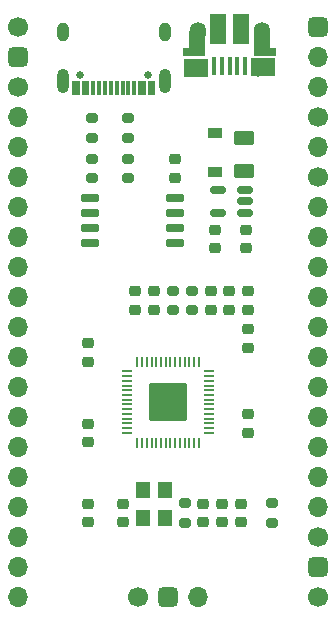
<source format=gbr>
%TF.GenerationSoftware,KiCad,Pcbnew,(6.0.1)*%
%TF.CreationDate,2022-02-13T21:58:50+09:00*%
%TF.ProjectId,yuiop2040,7975696f-7032-4303-9430-2e6b69636164,1*%
%TF.SameCoordinates,Original*%
%TF.FileFunction,Soldermask,Top*%
%TF.FilePolarity,Negative*%
%FSLAX46Y46*%
G04 Gerber Fmt 4.6, Leading zero omitted, Abs format (unit mm)*
G04 Created by KiCad (PCBNEW (6.0.1)) date 2022-02-13 21:58:50*
%MOMM*%
%LPD*%
G01*
G04 APERTURE LIST*
G04 Aperture macros list*
%AMRoundRect*
0 Rectangle with rounded corners*
0 $1 Rounding radius*
0 $2 $3 $4 $5 $6 $7 $8 $9 X,Y pos of 4 corners*
0 Add a 4 corners polygon primitive as box body*
4,1,4,$2,$3,$4,$5,$6,$7,$8,$9,$2,$3,0*
0 Add four circle primitives for the rounded corners*
1,1,$1+$1,$2,$3*
1,1,$1+$1,$4,$5*
1,1,$1+$1,$6,$7*
1,1,$1+$1,$8,$9*
0 Add four rect primitives between the rounded corners*
20,1,$1+$1,$2,$3,$4,$5,0*
20,1,$1+$1,$4,$5,$6,$7,0*
20,1,$1+$1,$6,$7,$8,$9,0*
20,1,$1+$1,$8,$9,$2,$3,0*%
G04 Aperture macros list end*
%ADD10RoundRect,0.200000X0.275000X-0.200000X0.275000X0.200000X-0.275000X0.200000X-0.275000X-0.200000X0*%
%ADD11RoundRect,0.050000X-0.387500X-0.050000X0.387500X-0.050000X0.387500X0.050000X-0.387500X0.050000X0*%
%ADD12RoundRect,0.050000X-0.050000X-0.387500X0.050000X-0.387500X0.050000X0.387500X-0.050000X0.387500X0*%
%ADD13RoundRect,0.144000X-1.456000X-1.456000X1.456000X-1.456000X1.456000X1.456000X-1.456000X1.456000X0*%
%ADD14C,1.700000*%
%ADD15RoundRect,0.425000X0.425000X0.425000X-0.425000X0.425000X-0.425000X-0.425000X0.425000X-0.425000X0*%
%ADD16O,1.700000X1.700000*%
%ADD17RoundRect,0.225000X-0.250000X0.225000X-0.250000X-0.225000X0.250000X-0.225000X0.250000X0.225000X0*%
%ADD18RoundRect,0.150000X0.512500X0.150000X-0.512500X0.150000X-0.512500X-0.150000X0.512500X-0.150000X0*%
%ADD19RoundRect,0.425000X0.425000X-0.425000X0.425000X0.425000X-0.425000X0.425000X-0.425000X-0.425000X0*%
%ADD20RoundRect,0.225000X0.250000X-0.225000X0.250000X0.225000X-0.250000X0.225000X-0.250000X-0.225000X0*%
%ADD21R,1.200000X0.900000*%
%ADD22RoundRect,0.200000X-0.275000X0.200000X-0.275000X-0.200000X0.275000X-0.200000X0.275000X0.200000X0*%
%ADD23R,1.200000X1.400000*%
%ADD24RoundRect,0.250000X-0.625000X0.375000X-0.625000X-0.375000X0.625000X-0.375000X0.625000X0.375000X0*%
%ADD25RoundRect,0.150000X-0.650000X-0.150000X0.650000X-0.150000X0.650000X0.150000X-0.650000X0.150000X0*%
%ADD26RoundRect,0.425000X-0.425000X-0.425000X0.425000X-0.425000X0.425000X0.425000X-0.425000X0.425000X0*%
%ADD27R,0.400000X1.650000*%
%ADD28O,1.350000X1.700000*%
%ADD29R,1.430000X2.500000*%
%ADD30R,2.000000X1.500000*%
%ADD31R,1.350000X2.000000*%
%ADD32R,1.825000X0.700000*%
%ADD33O,1.100000X1.500000*%
%ADD34C,0.650000*%
%ADD35R,0.300000X1.150000*%
%ADD36O,1.000000X1.600000*%
%ADD37O,1.000000X2.100000*%
G04 APERTURE END LIST*
D10*
%TO.C,R2*%
X141400000Y-99025000D03*
X141400000Y-97375000D03*
%TD*%
D11*
%TO.C,U2*%
X135962500Y-104200000D03*
X135962500Y-104600000D03*
X135962500Y-105000000D03*
X135962500Y-105400000D03*
X135962500Y-105800000D03*
X135962500Y-106200000D03*
X135962500Y-106600000D03*
X135962500Y-107000000D03*
X135962500Y-107400000D03*
X135962500Y-107800000D03*
X135962500Y-108200000D03*
X135962500Y-108600000D03*
X135962500Y-109000000D03*
X135962500Y-109400000D03*
D12*
X136800000Y-110237500D03*
X137200000Y-110237500D03*
X137600000Y-110237500D03*
X138000000Y-110237500D03*
X138400000Y-110237500D03*
X138800000Y-110237500D03*
X139200000Y-110237500D03*
X139600000Y-110237500D03*
X140000000Y-110237500D03*
X140400000Y-110237500D03*
X140800000Y-110237500D03*
X141200000Y-110237500D03*
X141600000Y-110237500D03*
X142000000Y-110237500D03*
D11*
X142837500Y-109400000D03*
X142837500Y-109000000D03*
X142837500Y-108600000D03*
X142837500Y-108200000D03*
X142837500Y-107800000D03*
X142837500Y-107400000D03*
X142837500Y-107000000D03*
X142837500Y-106600000D03*
X142837500Y-106200000D03*
X142837500Y-105800000D03*
X142837500Y-105400000D03*
X142837500Y-105000000D03*
X142837500Y-104600000D03*
X142837500Y-104200000D03*
D12*
X142000000Y-103362500D03*
X141600000Y-103362500D03*
X141200000Y-103362500D03*
X140800000Y-103362500D03*
X140400000Y-103362500D03*
X140000000Y-103362500D03*
X139600000Y-103362500D03*
X139200000Y-103362500D03*
X138800000Y-103362500D03*
X138400000Y-103362500D03*
X138000000Y-103362500D03*
X137600000Y-103362500D03*
X137200000Y-103362500D03*
X136800000Y-103362500D03*
D13*
X139400000Y-106800000D03*
%TD*%
D14*
%TO.C,J4*%
X152100000Y-123310000D03*
D15*
X152100000Y-120770000D03*
D14*
X152100000Y-118230000D03*
D16*
X152100000Y-115690000D03*
X152100000Y-113150000D03*
X152100000Y-110610000D03*
X152100000Y-108070000D03*
X152100000Y-105530000D03*
X152100000Y-102990000D03*
X152100000Y-100450000D03*
X152100000Y-97910000D03*
X152100000Y-95370000D03*
X152100000Y-92830000D03*
X152100000Y-90290000D03*
D14*
X152100000Y-87750000D03*
D16*
X152100000Y-85210000D03*
D14*
X152100000Y-82670000D03*
D16*
X152100000Y-80130000D03*
X152100000Y-77590000D03*
D15*
X152100000Y-75050000D03*
%TD*%
D17*
%TO.C,C10*%
X144000000Y-115425000D03*
X144000000Y-116975000D03*
%TD*%
%TO.C,C9*%
X132600000Y-108625000D03*
X132600000Y-110175000D03*
%TD*%
%TO.C,C11*%
X146200000Y-107825000D03*
X146200000Y-109375000D03*
%TD*%
D10*
%TO.C,R1*%
X139800000Y-99025000D03*
X139800000Y-97375000D03*
%TD*%
D18*
%TO.C,U1*%
X145937500Y-90750000D03*
X145937500Y-89800000D03*
X145937500Y-88850000D03*
X143662500Y-88850000D03*
X143662500Y-90750000D03*
%TD*%
D14*
%TO.C,J5*%
X136860000Y-123310000D03*
D19*
X139400000Y-123310000D03*
D16*
X141940000Y-123310000D03*
%TD*%
D20*
%TO.C,C4*%
X135600000Y-116975000D03*
X135600000Y-115425000D03*
%TD*%
D21*
%TO.C,DS1*%
X143400000Y-87350000D03*
X143400000Y-84050000D03*
%TD*%
D17*
%TO.C,C15*%
X145600000Y-115425000D03*
X145600000Y-116975000D03*
%TD*%
D22*
%TO.C,R31*%
X136000000Y-82750000D03*
X136000000Y-84400000D03*
%TD*%
D17*
%TO.C,C3*%
X132600000Y-115425000D03*
X132600000Y-116975000D03*
%TD*%
D23*
%TO.C,Y1*%
X137250000Y-114200000D03*
X137250000Y-116600000D03*
X139150000Y-116600000D03*
X139150000Y-114200000D03*
%TD*%
D22*
%TO.C,R32*%
X133000000Y-82775000D03*
X133000000Y-84425000D03*
%TD*%
D17*
%TO.C,C12*%
X146200000Y-100625000D03*
X146200000Y-102175000D03*
%TD*%
%TO.C,C1*%
X146000000Y-92225000D03*
X146000000Y-93775000D03*
%TD*%
D24*
%TO.C,F1*%
X145800000Y-84400000D03*
X145800000Y-87200000D03*
%TD*%
D20*
%TO.C,C7*%
X143000000Y-98975000D03*
X143000000Y-97425000D03*
%TD*%
%TO.C,C14*%
X138200000Y-98975000D03*
X138200000Y-97425000D03*
%TD*%
D22*
%TO.C,R5*%
X133000000Y-86175000D03*
X133000000Y-87825000D03*
%TD*%
D20*
%TO.C,C6*%
X144600000Y-98975000D03*
X144600000Y-97425000D03*
%TD*%
D25*
%TO.C,U3*%
X132800000Y-89520000D03*
X132800000Y-90790000D03*
X132800000Y-92060000D03*
X132800000Y-93330000D03*
X140000000Y-93330000D03*
X140000000Y-92060000D03*
X140000000Y-90790000D03*
X140000000Y-89520000D03*
%TD*%
D20*
%TO.C,C16*%
X136600000Y-98975000D03*
X136600000Y-97425000D03*
%TD*%
D10*
%TO.C,R3*%
X140800000Y-117025000D03*
X140800000Y-115375000D03*
%TD*%
D20*
%TO.C,C13*%
X146200000Y-98975000D03*
X146200000Y-97425000D03*
%TD*%
D14*
%TO.C,J3*%
X126700000Y-75050000D03*
D26*
X126700000Y-77590000D03*
D14*
X126700000Y-80130000D03*
D16*
X126700000Y-82670000D03*
X126700000Y-85210000D03*
X126700000Y-87750000D03*
X126700000Y-90290000D03*
X126700000Y-92830000D03*
X126700000Y-95370000D03*
X126700000Y-97910000D03*
X126700000Y-100450000D03*
X126700000Y-102990000D03*
X126700000Y-105530000D03*
X126700000Y-108070000D03*
X126700000Y-110610000D03*
X126700000Y-113150000D03*
X126700000Y-115690000D03*
X126700000Y-118230000D03*
X126700000Y-120770000D03*
X126700000Y-123310000D03*
%TD*%
D17*
%TO.C,C2*%
X143400000Y-92225000D03*
X143400000Y-93775000D03*
%TD*%
%TO.C,C5*%
X142400000Y-115425000D03*
X142400000Y-116975000D03*
%TD*%
D27*
%TO.C,J1*%
X145925000Y-78365000D03*
X145275000Y-78365000D03*
X144625000Y-78365000D03*
X143975000Y-78365000D03*
X143325000Y-78365000D03*
D28*
X141895000Y-75485000D03*
D29*
X145585000Y-75215000D03*
D30*
X141725000Y-78485000D03*
D31*
X147355000Y-76415000D03*
D29*
X143665000Y-75215000D03*
D30*
X147475000Y-78465000D03*
D31*
X141875000Y-76415000D03*
D32*
X141625000Y-77165000D03*
D33*
X142205000Y-78485000D03*
D32*
X147575000Y-77165000D03*
D33*
X147045000Y-78485000D03*
D28*
X147355000Y-75485000D03*
%TD*%
D34*
%TO.C,J2*%
X137690000Y-79120000D03*
X131910000Y-79120000D03*
D35*
X138150000Y-80185000D03*
X137350000Y-80185000D03*
X136050000Y-80185000D03*
X135050000Y-80185000D03*
X134550000Y-80185000D03*
X133550000Y-80185000D03*
X132250000Y-80185000D03*
X131450000Y-80185000D03*
X131750000Y-80185000D03*
X132550000Y-80185000D03*
X133050000Y-80185000D03*
X134050000Y-80185000D03*
X135550000Y-80185000D03*
X136550000Y-80185000D03*
X137050000Y-80185000D03*
X137850000Y-80185000D03*
D36*
X130480000Y-75440000D03*
X139120000Y-75440000D03*
D37*
X139120000Y-79620000D03*
X130480000Y-79620000D03*
%TD*%
D20*
%TO.C,C8*%
X132600000Y-103375000D03*
X132600000Y-101825000D03*
%TD*%
%TO.C,C17*%
X140000000Y-87800000D03*
X140000000Y-86250000D03*
%TD*%
D10*
%TO.C,R6*%
X148200000Y-117025000D03*
X148200000Y-115375000D03*
%TD*%
%TO.C,R4*%
X136000000Y-87825000D03*
X136000000Y-86175000D03*
%TD*%
M02*

</source>
